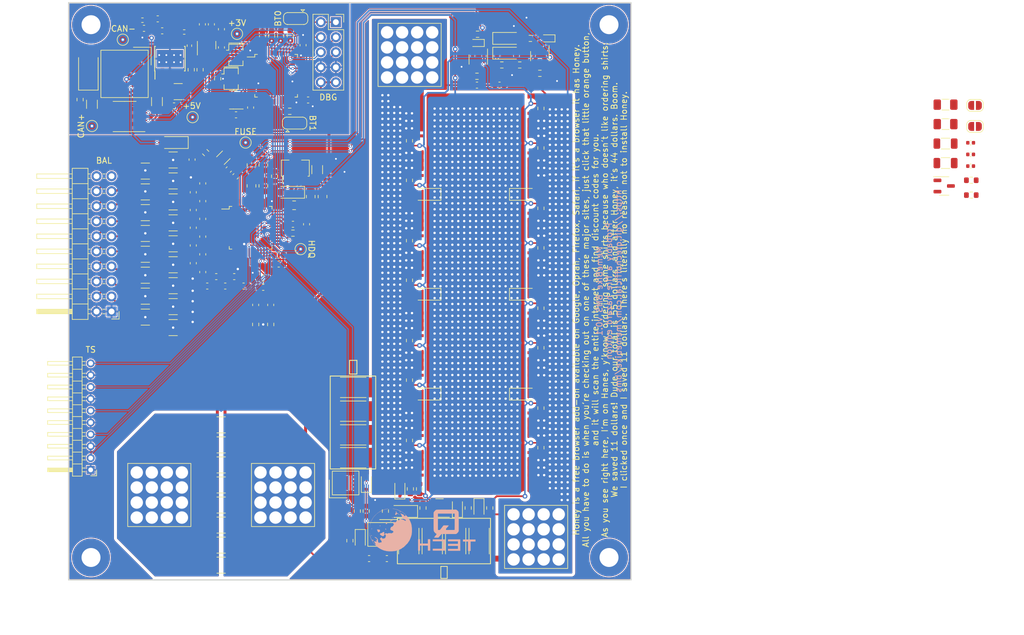
<source format=kicad_pcb>
(kicad_pcb (version 20221018) (generator pcbnew)

  (general
    (thickness 1.6)
  )

  (paper "A4")
  (layers
    (0 "F.Cu" signal)
    (31 "B.Cu" signal)
    (32 "B.Adhes" user "B.Adhesive")
    (33 "F.Adhes" user "F.Adhesive")
    (34 "B.Paste" user)
    (35 "F.Paste" user)
    (36 "B.SilkS" user "B.Silkscreen")
    (37 "F.SilkS" user "F.Silkscreen")
    (38 "B.Mask" user)
    (39 "F.Mask" user)
    (40 "Dwgs.User" user "User.Drawings")
    (41 "Cmts.User" user "User.Comments")
    (42 "Eco1.User" user "User.Eco1")
    (43 "Eco2.User" user "User.Eco2")
    (44 "Edge.Cuts" user)
    (45 "Margin" user)
    (46 "B.CrtYd" user "B.Courtyard")
    (47 "F.CrtYd" user "F.Courtyard")
    (48 "B.Fab" user)
    (49 "F.Fab" user)
    (50 "User.1" user)
    (51 "User.2" user)
    (52 "User.3" user)
    (53 "User.4" user)
    (54 "User.5" user)
    (55 "User.6" user)
    (56 "User.7" user)
    (57 "User.8" user)
    (58 "User.9" user)
  )

  (setup
    (stackup
      (layer "F.SilkS" (type "Top Silk Screen") (color "White"))
      (layer "F.Paste" (type "Top Solder Paste"))
      (layer "F.Mask" (type "Top Solder Mask") (color "Purple") (thickness 0.01))
      (layer "F.Cu" (type "copper") (thickness 0.035))
      (layer "dielectric 1" (type "core") (thickness 1.51) (material "FR4") (epsilon_r 4.5) (loss_tangent 0.02))
      (layer "B.Cu" (type "copper") (thickness 0.035))
      (layer "B.Mask" (type "Bottom Solder Mask") (color "Purple") (thickness 0.01))
      (layer "B.Paste" (type "Bottom Solder Paste"))
      (layer "B.SilkS" (type "Bottom Silk Screen") (color "White"))
      (copper_finish "None")
      (dielectric_constraints no)
    )
    (pad_to_mask_clearance 0)
    (grid_origin 82.365773 0)
    (pcbplotparams
      (layerselection 0x00010fc_ffffffff)
      (plot_on_all_layers_selection 0x0000000_00000000)
      (disableapertmacros false)
      (usegerberextensions false)
      (usegerberattributes true)
      (usegerberadvancedattributes true)
      (creategerberjobfile true)
      (dashed_line_dash_ratio 12.000000)
      (dashed_line_gap_ratio 3.000000)
      (svgprecision 6)
      (plotframeref false)
      (viasonmask false)
      (mode 1)
      (useauxorigin false)
      (hpglpennumber 1)
      (hpglpenspeed 20)
      (hpglpendiameter 15.000000)
      (dxfpolygonmode true)
      (dxfimperialunits true)
      (dxfusepcbnewfont true)
      (psnegative false)
      (psa4output false)
      (plotreference true)
      (plotvalue true)
      (plotinvisibletext false)
      (sketchpadsonfab false)
      (subtractmaskfromsilk false)
      (outputformat 1)
      (mirror false)
      (drillshape 1)
      (scaleselection 1)
      (outputdirectory "")
    )
  )

  (net 0 "")
  (net 1 "/Protector/BAT")
  (net 2 "/Protector/CP1")
  (net 3 "/Protector/VC0")
  (net 4 "/Protector/VC15")
  (net 5 "/Protector/VC14")
  (net 6 "/Protector/VC13")
  (net 7 "/Protector/VC12")
  (net 8 "/Protector/VC11")
  (net 9 "/Protector/VC10")
  (net 10 "/Protector/VC9")
  (net 11 "/Protector/VC8")
  (net 12 "/Protector/VC7")
  (net 13 "/Protector/VC6")
  (net 14 "/Protector/VC5")
  (net 15 "/Protector/VC4")
  (net 16 "/Protector/VC3")
  (net 17 "Net-(C31-Pad2)")
  (net 18 "/Protector/VC2")
  (net 19 "/Protector/VC1")
  (net 20 "/Protector/REGIN")
  (net 21 "/5VReg_EN")
  (net 22 "/Protector/SRP")
  (net 23 "/Protector/SRN")
  (net 24 "+BATT")
  (net 25 "Net-(U1-REG18)")
  (net 26 "Net-(D1-K)")
  (net 27 "Net-(D2-K)")
  (net 28 "/Protector/VC16")
  (net 29 "/High Side Fets/PACK+")
  (net 30 "/Protector/REG2")
  (net 31 "/High Side Fets/CD")
  (net 32 "/VC15")
  (net 33 "/High Side Fets/Cgate")
  (net 34 "Net-(Q8-G)")
  (net 35 "Net-(Q9-G)")
  (net 36 "Net-(Q10-G)")
  (net 37 "Net-(Q11-G)")
  (net 38 "Net-(Q12-G)")
  (net 39 "Net-(Q13-G)")
  (net 40 "Net-(Q14-G)")
  (net 41 "Net-(D3-A)")
  (net 42 "/High Side Fets/Dgate")
  (net 43 "Net-(C36-Pad2)")
  (net 44 "/SDA")
  (net 45 "/SCL")
  (net 46 "Net-(Q16-G)")
  (net 47 "Net-(Q17-G)")
  (net 48 "Net-(Q18-G)")
  (net 49 "Net-(D5-A)")
  (net 50 "Net-(Q19-G)")
  (net 51 "Net-(Q20-G)")
  (net 52 "Net-(Q21-G)")
  (net 53 "Net-(Q22-G)")
  (net 54 "/High Side Fets/DSG")
  (net 55 "/High Side Fets/CHG")
  (net 56 "Net-(R5-Pad1)")
  (net 57 "Net-(U1-RST_SHUT)")
  (net 58 "/MCU/OSC32_IN")
  (net 59 "/MCU/OSC32_OUT")
  (net 60 "unconnected-(U1-NC-Pad19)")
  (net 61 "Net-(D7-K)")
  (net 62 "/Protector/BREG")
  (net 63 "Net-(Q2-C)")
  (net 64 "Net-(Q3-C)")
  (net 65 "Net-(Q4-G)")
  (net 66 "GND1")
  (net 67 "Net-(R62-Pad1)")
  (net 68 "Net-(R65-Pad1)")
  (net 69 "/Protector/LD")
  (net 70 "unconnected-(U1-NC-Pad44)")
  (net 71 "Net-(R67-Pad1)")
  (net 72 "/VC10")
  (net 73 "/VC5")
  (net 74 "GND")
  (net 75 "/VC14")
  (net 76 "/VC13")
  (net 77 "/VC12")
  (net 78 "/VC11")
  (net 79 "/VC9")
  (net 80 "/VC8")
  (net 81 "/VC7")
  (net 82 "/VC6")
  (net 83 "/VC1")
  (net 84 "/VC2")
  (net 85 "/VC3")
  (net 86 "/VC4")
  (net 87 "/MCU/OSC_IN")
  (net 88 "/MCU/OSC_OUT")
  (net 89 "/MCU/~{RST}")
  (net 90 "/MCU/BOOT1")
  (net 91 "/MCU/SWDIO")
  (net 92 "+3.3V")
  (net 93 "/MCU/SWCLK")
  (net 94 "/Protector/PACK")
  (net 95 "/MCU/BOOT0")
  (net 96 "Net-(C40-Pad1)")
  (net 97 "unconnected-(U3C-PC13-Pad2)")
  (net 98 "Net-(U8-EN{slash}UVLO)")
  (net 99 "+5V")
  (net 100 "Net-(U8-RT)")
  (net 101 "Net-(U8-FB)")
  (net 102 "unconnected-(U8-PGOOD-Pad6)")
  (net 103 "unconnected-(U3A-PA0-Pad10)")
  (net 104 "unconnected-(U3A-PA1-Pad11)")
  (net 105 "unconnected-(U3A-PA2-Pad12)")
  (net 106 "unconnected-(U3A-PA3-Pad13)")
  (net 107 "unconnected-(U3A-PA4-Pad14)")
  (net 108 "unconnected-(U3A-PA5-Pad15)")
  (net 109 "unconnected-(U3A-PA6-Pad16)")
  (net 110 "unconnected-(U3A-PA7-Pad17)")
  (net 111 "unconnected-(U3B-PB0-Pad18)")
  (net 112 "unconnected-(U3B-PB1-Pad19)")
  (net 113 "unconnected-(U3B-PB10-Pad21)")
  (net 114 "unconnected-(U3B-PB11-Pad22)")
  (net 115 "unconnected-(U3B-PB12-Pad25)")
  (net 116 "unconnected-(U3B-PB13-Pad26)")
  (net 117 "unconnected-(U3B-PB14-Pad27)")
  (net 118 "unconnected-(U3B-PB15-Pad28)")
  (net 119 "unconnected-(U3A-PA8-Pad29)")
  (net 120 "unconnected-(U3A-PA15-Pad38)")
  (net 121 "unconnected-(U3B-PB3-Pad39)")
  (net 122 "unconnected-(U3B-PB4-Pad40)")
  (net 123 "unconnected-(U3B-PB5-Pad41)")
  (net 124 "unconnected-(U3B-PB9-Pad46)")
  (net 125 "/ALERT")
  (net 126 "/Protector/HDQ")
  (net 127 "/MCU/CAN_RX")
  (net 128 "/MCU/CAN_TX")
  (net 129 "-5V_{CAN}")
  (net 130 "/MCU/CAN_L")
  (net 131 "/MCU/CAN_H")
  (net 132 "+5V_{CAN}")
  (net 133 "Net-(J2-C)")
  (net 134 "/High Side Fets/PDSG")
  (net 135 "Net-(Q1-G)")
  (net 136 "Net-(Q1-D)")
  (net 137 "/High Side Fets/PCHG")
  (net 138 "Net-(Q7-G)")
  (net 139 "Net-(Q7-D)")
  (net 140 "Net-(U8-BST)")
  (net 141 "Net-(U8-SW)")
  (net 142 "Net-(D8-A)")
  (net 143 "Net-(Q5-C)")
  (net 144 "Net-(C55-Pad2)")
  (net 145 "Net-(D9-A)")
  (net 146 "/High Side Fets/BATT+")
  (net 147 "/Sense Resistor/BATT-")
  (net 148 "/Sense Resistor/PACK-")
  (net 149 "Net-(J7-C)")
  (net 150 "Net-(U1-FUSE)")
  (net 151 "Net-(J8-Pin_1)")
  (net 152 "/MCU/UART_RX")
  (net 153 "/MCU/UART_TX")
  (net 154 "Net-(J8-Pin_10)")
  (net 155 "/Sense Resistor/SRRP")
  (net 156 "/Sense Resistor/SRRN")
  (net 157 "/TS1")
  (net 158 "/TS2")
  (net 159 "/TS3")
  (net 160 "/TS5")
  (net 161 "/TS4")
  (net 162 "unconnected-(J10-Pin_19-Pad19)")
  (net 163 "unconnected-(J10-Pin_20-Pad20)")
  (net 164 "Net-(J1-Pin_3)")
  (net 165 "Net-(J1-Pin_2)")
  (net 166 "Net-(JP1-A)")
  (net 167 "Net-(JP2-A)")
  (net 168 "Net-(Q6-G)")
  (net 169 "Net-(Q15-G)")

  (footprint "qtech:SOP-Advance-8" (layer "F.Cu") (at 75.690773 144.982899 -90))

  (footprint "qtech:MLPAK33" (layer "F.Cu") (at 66.398273 163.595 -90))

  (footprint "Resistor_SMD:R_2512_6332Metric" (layer "F.Cu") (at 75.033363 164.7175 90))

  (footprint "Capacitor_SMD:C_0603_1608Metric" (layer "F.Cu") (at 34.468273 100.28 -90))

  (footprint "Resistor_SMD:R_0603_1608Metric" (layer "F.Cu") (at 73.472439 159.13 90))

  (footprint "Capacitor_SMD:C_0603_1608Metric" (layer "F.Cu") (at 43.168273 121.64))

  (footprint "Resistor_SMD:R_1210_3225Metric" (layer "F.Cu") (at 31.268273 103.88 180))

  (footprint "Resistor_SMD:R_0805_2012Metric" (layer "F.Cu") (at 56.505773 106.525 -90))

  (footprint "Resistor_SMD:R_0603_1608Metric" (layer "F.Cu") (at 50.965773 92.11))

  (footprint "Resistor_SMD:R_2512_6332Metric" (layer "F.Cu") (at 82.953185 164.7175 90))

  (footprint "Resistor_SMD:R_0603_1608Metric" (layer "F.Cu") (at 93.392526 91.634331 90))

  (footprint "Resistor_SMD:R_0603_1608Metric" (layer "F.Cu") (at 71.18902 130.840043 90))

  (footprint "Resistor_SMD:R_0603_1608Metric" (layer "F.Cu") (at 93.392526 108.507187 90))

  (footprint "Diode_SMD:D_SOD-323F" (layer "F.Cu") (at 63.900773 154.8825 90))

  (footprint "Resistor_SMD:R_0805_2012Metric" (layer "F.Cu") (at 46.505773 104.7125 90))

  (footprint "Capacitor_SMD:C_1206_3216Metric" (layer "F.Cu") (at 28.531773 90.4798 90))

  (footprint "Diode_SMD:D_SOD-123F" (layer "F.Cu") (at 74.290773 139.891947 180))

  (footprint "NetTie:NetTie-2_SMD_Pad0.5mm" (layer "F.Cu") (at 38.730272 143.011066 -90))

  (footprint "MountingHole:MountingHole_3.2mm_M3_Pad" (layer "F.Cu") (at 17.395773 77.49))

  (footprint "Resistor_SMD:R_0603_1608Metric" (layer "F.Cu") (at 71.18902 103.785283 90))

  (footprint "Capacitor_SMD:C_0603_1608Metric" (layer "F.Cu") (at 49.105773 117.924 180))

  (footprint "Capacitor_SMD:C_0603_1608Metric" (layer "F.Cu") (at 53.215773 80.95 90))

  (footprint "Resistor_SMD:R_0603_1608Metric" (layer "F.Cu") (at 51.065773 79.335 90))

  (footprint "NetTie:NetTie-2_SMD_Pad0.5mm" (layer "F.Cu") (at 40.030273 142.9825 -90))

  (footprint "Package_TO_SOT_SMD:SOT-23-3" (layer "F.Cu") (at 82.815773 83.375 -90))

  (footprint "TestPoint:TestPoint_Pad_D1.5mm" (layer "F.Cu") (at 22.765773 80.02))

  (footprint "Package_SO:TI_SO-PowerPAD-8_ThermalVias" (layer "F.Cu") (at 30.720773 83.223 90))

  (footprint "Resistor_SMD:R_1210_3225Metric" (layer "F.Cu") (at 31.268273 125.12 180))

  (footprint "Capacitor_SMD:C_0603_1608Metric" (layer "F.Cu") (at 34.668273 117.77826 -90))

  (footprint "qtech:WP-BUFU" (layer "F.Cu") (at 92.585773 164.01))

  (footprint "Capacitor_SMD:C_1206_3216Metric" (layer "F.Cu") (at 55.605773 101.975 -90))

  (footprint "Resistor_SMD:R_2512_6332Metric" (layer "F.Cu") (at 61.685773 142.769734))

  (footprint "Capacitor_SMD:C_0603_1608Metric" (layer "F.Cu") (at 49.105773 116.4 180))

  (footprint "Capacitor_SMD:C_0603_1608Metric" (layer "F.Cu") (at 51.505773 111.2 180))

  (footprint "Resistor_SMD:R_1210_3225Metric" (layer "F.Cu") (at 39.380273 155.238871 180))

  (footprint "Resistor_SMD:R_0603_1608Metric" (layer "F.Cu") (at 81.104937 159.13 90))

  (footprint "Capacitor_SMD:C_0402_1005Metric" (layer "F.Cu") (at 165.980773 101.375))

  (footprint "Crystal:Resonator_SMD_Murata_CSTxExxV-3Pin_3.0x1.1mm" (layer "F.Cu") (at 41.865773 82.6 -90))

  (footprint "Resistor_SMD:R_0603_1608Metric" (layer "F.Cu") (at 45.210773 128.125 -90))

  (footprint "Capacitor_SMD:C_1210_3225Metric" (layer "F.Cu") (at 32.120773 88.8))

  (footprint "Resistor_SMD:R_2512_6332Metric" (layer "F.Cu") (at 78.993273 164.7175 90))

  (footprint "Resistor_SMD:R_0603_1608Metric" (layer "F.Cu") (at 166.090773 106.275))

  (footprint "Capacitor_SMD:C_0603_1608Metric" (layer "F.Cu") (at 28.665773 76.5))

  (footprint "Resistor_SMD:R_0402_1005Metric" (layer "F.Cu") (at 33.135773 78.723 180))

  (footprint "Diode_SMD:D_SOD-123F" (layer "F.Cu") (at 90.290773 139.891947))

  (footprint "Capacitor_SMD:C_0603_1608Metric" (layer "F.Cu") (at 38.549523 120.05076))

  (footprint "Capacitor_SMD:C_0603_1608Metric" (layer "F.Cu") (at 26.345773 78.1))

  (footprint "Resistor_SMD:R_0603_1608Metric" (layer "F.Cu") (at 84.753273 159.13 -90))

  (footprint "Diode_SMD:D_SOD-123F" (layer "F.Cu") (at 74.290773 123.019091 180))

  (footprint "Resistor_SMD:R_1210_3225Metric" (layer "F.Cu") (at 26.568273 116.268 180))

  (footprint "Resistor_SMD:R_0805_2012Metric" (layer "F.Cu") (at 44.505773 104.7125 90))

  (footprint "Resistor_SMD:R_1210_3225Metric" (layer "F.Cu")
    (tstamp 3911e390-9600-4c7d-9513-729c9ea4d2d2)
    (at 39.380273 165.4025 180)
    (descr "Resistor SMD 1210 (3225 Metric), square (rectangular) end terminal, IPC_7351 nominal, (Body size source: IPC-SM-782 page 72, https://www.pcb-3d.com/wordpress/wp-content/uploads/ipc-sm-782a_amendment_1_and_2.pdf), generated with kicad-footprint-generator")
    (tags "resistor")
    (property "Field2" "")
    (property "Mouser" "https://www.mouser.com/ProductDetail/Bussmann-Eaton/MSMA2512R0100FEN?qs=By6Nw2ByBD2b7%252BVYRK0SbQ%3D%3D")
    (property "Part Number" "MSMA2512R0100FEN")
    (property "Rating" "2W")
    (property "Sheetfile" "sense_resistor.kicad_sch")
    (property "Sheetname" "Sense Resistor")
    (property "ki_description" "Resistor")
    (property "ki_keywords" "R res resistor")
    (path "/96b7bea9-affb-4c55-97aa-dfa072f2d94d/02f50ebf-738f-4be0-bd92-2ed2e6cbf9bb")
    (attr smd)
    (fp_text reference "R28" (at 0 -2.28) (layer "F.SilkS") hide
        (effects (font (size 1 1) (thickness 0.15)))
      (tstamp 9e21f81c-56de-4175-918a-8aa27c399639)
    )
    (fp_text value "10m" (at 0 2.28) (layer "F.Fab")
        (effects (font (size 1 1) (thickness 0.15)))
      (tstamp a25b6e24-14e4-40c3-9879-a396ac57966e)
    )
    (fp_text user "${REFERENCE}" (at 0 0) (layer "F.Fab")
        (effects (font (size 0.8 0.8) (thickness 0.12)))
      (tstamp 600e69bb-6db5-4115-ab78-c6c99ce1117c)
    )
    (fp_line (start -0.723737 -1.355) (end 0.723737 -1.355)
      (stroke (width 0.12) (type solid)) (layer "F.SilkS") (tstamp 912ad2fe-995d-40b5-b676-d89637e9b99f))
    (fp_line (start -0.723737 1.355) (end 0.723737 1.355)
      (stroke (width 0.12) (type solid)) (layer "F.SilkS") (tstamp a9304f5b-4a75-4d33-a809-3e2b1b5b8f0e))
    (fp_line (start -2.28 -1.58) (end 2.28 -1.58)
      (stroke (width 0.05) (type solid)) (layer "F.CrtYd") (tstamp 81125b2b-de7e-498a-9bfd-08a64d36854f))
    (fp_line (start -2.28 1.58) (end -2.28 -1.58)
      (stroke (width 0.05) (type solid)) (layer "F.CrtYd") (tstamp a836d401-43ff-4e2a-be92-4d252471ddac))
    (fp_line (start 2.28 -1.58) (end 2.28 1.58)
      (stroke (width 0.05) (type solid)) 
... [2148748 chars truncated]
</source>
